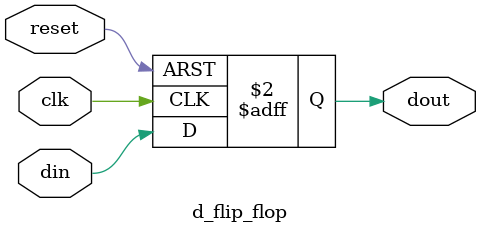
<source format=v>
`timescale 1ns / 1ps


module d_flip_flop(
    input reset,
    input clk,
    input din,
    output reg dout
    );
    
    always@(posedge clk or posedge reset)begin
        if(reset)begin
            dout <= 1'b0;
        end else begin
            dout <= din;
        end
    end
endmodule

</source>
